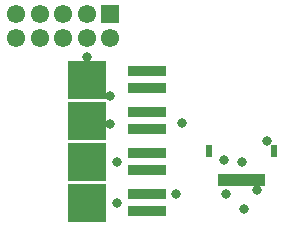
<source format=gbs>
G04*
G04 #@! TF.GenerationSoftware,Altium Limited,Altium Designer,19.1.8 (144)*
G04*
G04 Layer_Color=16711935*
%FSLAX43Y43*%
%MOMM*%
G71*
G01*
G75*
%ADD13R,3.203X3.203*%
%ADD15R,1.553X1.553*%
%ADD16C,1.553*%
%ADD17C,0.803*%
%ADD30R,3.203X0.903*%
%ADD31R,0.503X1.003*%
%ADD32R,0.603X1.003*%
D13*
X8428Y9452D02*
D03*
X8428Y12928D02*
D03*
Y2500D02*
D03*
Y5976D02*
D03*
D15*
X10426Y18440D02*
D03*
D16*
Y16440D02*
D03*
X8426Y18440D02*
D03*
Y16440D02*
D03*
X6426Y18440D02*
D03*
Y16440D02*
D03*
X4426Y18440D02*
D03*
Y16440D02*
D03*
X2426Y18440D02*
D03*
Y16440D02*
D03*
D17*
X16525Y9275D02*
D03*
X20037Y6071D02*
D03*
X10956Y2500D02*
D03*
Y5976D02*
D03*
X10355Y9134D02*
D03*
Y11500D02*
D03*
X22835Y3607D02*
D03*
X21529Y5979D02*
D03*
X20250Y3200D02*
D03*
X23698Y7696D02*
D03*
X15977Y3251D02*
D03*
X21768Y1930D02*
D03*
X8428Y14855D02*
D03*
D30*
X13508Y8752D02*
D03*
Y10152D02*
D03*
X13508Y13628D02*
D03*
Y12228D02*
D03*
Y1800D02*
D03*
Y3200D02*
D03*
Y5276D02*
D03*
Y6676D02*
D03*
D31*
X19750Y4400D02*
D03*
X20250D02*
D03*
X20750D02*
D03*
X21250D02*
D03*
X21750D02*
D03*
X22250D02*
D03*
X22750D02*
D03*
X23250D02*
D03*
D32*
X24250Y6900D02*
D03*
X18750D02*
D03*
M02*

</source>
